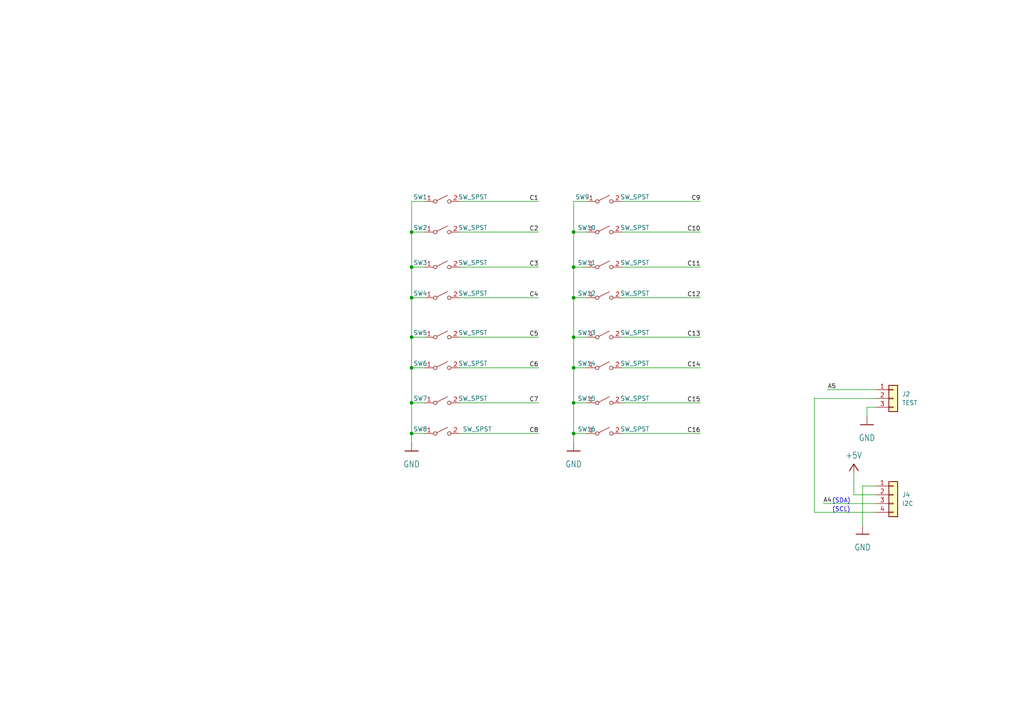
<source format=kicad_sch>
(kicad_sch (version 20211123) (generator eeschema)
  (paper "A4")
  (title_block (title "BURC 16Switch Encoder_JRFormat") (date "2022-09-01") (rev "0.1") (company "OpenAVRc Team"))
  (lib_symbols
    (symbol "BURC_Encoder_JRFormat:+5V" (power)
      (property "Value" "+5V" (at -2.54 -5.08 90))
      (symbol "+5V_1_0"
        (polyline (pts (xy 0 0) (xy -1.27 -1.905)) (stroke (width 0.254)))
        (polyline (pts (xy 1.27 -1.905) (xy 0 0)) (stroke (width 0.254)))
        (pin power_in line (at 0 -2.54 90) (length 2.54) (name "+5V") (number "1"))
      )
    )
    (symbol "BURC_Encoder_JRFormat:GND" (power)
      (property "Value" "GND" (at -2.54 -2.54 0))
      (symbol "GND_1_0"
        (polyline (pts (xy -1.905 0) (xy 1.905 0)) (stroke (width 0.254)))
        (pin power_in line (at 0 2.54 270) (length 2.54) (name "GND") (number "1"))
      )
    )
    (symbol "Connector_Generic:Conn_01x03" (pin_names (offset 1.016) hide)
      (property "Reference" "J" (at 0 5.08 0))
      (property "Value" "Conn_01x03" (at 0 -5.08 0))
      (symbol "Conn_01x03_1_1"
        (rectangle (start -1.27 -2.413) (end 0 -2.667) (stroke (width 0.1524)))
        (rectangle (start -1.27 0.127) (end 0 -0.127) (stroke (width 0.1524)))
        (rectangle (start -1.27 2.667) (end 0 2.413) (stroke (width 0.1524)))
        (rectangle (start -1.27 3.81) (end 1.27 -3.81) (stroke (width 0.254)) (fill (type background)))
        (pin passive line (at -5.08 2.54 0) (length 3.81) (name "Pin_1") (number "1"))
        (pin passive line (at -5.08 0 0) (length 3.81) (name "Pin_2") (number "2"))
        (pin passive line (at -5.08 -2.54 0) (length 3.81) (name "Pin_3") (number "3"))
      )
    )
    (symbol "Connector_Generic:Conn_01x04" (pin_names (offset 1.016) hide)
      (property "Reference" "J" (at 0 5.08 0))
      (property "Value" "Conn_01x04" (at 0 -7.62 0))
      (symbol "Conn_01x04_1_1"
        (rectangle (start -1.27 -4.953) (end 0 -5.207) (stroke (width 0.1524)))
        (rectangle (start -1.27 -2.413) (end 0 -2.667) (stroke (width 0.1524)))
        (rectangle (start -1.27 0.127) (end 0 -0.127) (stroke (width 0.1524)))
        (rectangle (start -1.27 2.667) (end 0 2.413) (stroke (width 0.1524)))
        (rectangle (start -1.27 3.81) (end 1.27 -6.35) (stroke (width 0.254)) (fill (type background)))
        (pin passive line (at -5.08 2.54 0) (length 3.81) (name "Pin_1") (number "1"))
        (pin passive line (at -5.08 0 0) (length 3.81) (name "Pin_2") (number "2"))
        (pin passive line (at -5.08 -2.54 0) (length 3.81) (name "Pin_3") (number "3"))
        (pin passive line (at -5.08 -5.08 0) (length 3.81) (name "Pin_4") (number "4"))
      )
    )
    (symbol "Switch:SW_SPST" (pin_names (offset 0) hide)
      (property "Reference" "SW" (at 0 3.175 0))
      (property "Value" "SW_SPST" (at 0 -2.54 0))
      (symbol "SW_SPST_0_0"
        (circle (center -2.032 0) (radius 0.508))
        (polyline (pts (xy -1.524 0.254) (xy 1.524 1.778)))
        (circle (center 2.032 0) (radius 0.508))
      )
      (symbol "SW_SPST_1_1"
        (pin passive line (at -5.08 0 0) (length 2.54) (name "A") (number "1"))
        (pin passive line (at 5.08 0 180) (length 2.54) (name "B") (number "2"))
      )
    )
  )
  (junction (at 166.37 97.79))
  (junction (at 119.38 116.84))
  (junction (at 119.38 125.73))
  (junction (at 166.37 86.36))
  (junction (at 166.37 77.47))
  (junction (at 166.37 67.31))
  (junction (at 119.38 86.36))
  (junction (at 119.38 97.79))
  (junction (at 119.38 106.68))
  (junction (at 166.37 125.73))
  (junction (at 166.37 116.84))
  (junction (at 119.38 77.47))
  (junction (at 119.38 67.31))
  (junction (at 166.37 106.68))
  (wire (pts (xy 180.34 116.84) (xy 203.2 116.84)))
  (wire (pts (xy 119.38 77.47) (xy 119.38 86.36)))
  (wire (pts (xy 123.19 67.31) (xy 119.38 67.31)))
  (wire (pts (xy 240.03 113.03) (xy 254 113.03)))
  (wire (pts (xy 133.35 97.79) (xy 156.21 97.79)))
  (wire (pts (xy 133.35 116.84) (xy 156.21 116.84)))
  (wire (pts (xy 166.37 116.84) (xy 166.37 125.73)))
  (wire (pts (xy 166.37 77.47) (xy 170.18 77.47)))
  (wire (pts (xy 119.38 106.68) (xy 119.38 116.84)))
  (wire (pts (xy 254 143.51) (xy 247.65 143.51)))
  (wire (pts (xy 166.37 106.68) (xy 170.18 106.68)))
  (wire (pts (xy 166.37 58.42) (xy 166.37 67.31)))
  (wire (pts (xy 133.35 67.31) (xy 156.21 67.31)))
  (wire (pts (xy 180.34 86.36) (xy 203.2 86.36)))
  (wire (pts (xy 170.18 58.42) (xy 166.37 58.42)))
  (wire (pts (xy 166.37 86.36) (xy 166.37 97.79)))
  (wire (pts (xy 180.34 58.42) (xy 203.2 58.42)))
  (wire (pts (xy 119.38 86.36) (xy 119.38 97.79)))
  (wire (pts (xy 119.38 125.73) (xy 123.19 125.73)))
  (wire (pts (xy 119.38 97.79) (xy 123.19 97.79)))
  (wire (pts (xy 180.34 67.31) (xy 203.2 67.31)))
  (wire (pts (xy 166.37 116.84) (xy 170.18 116.84)))
  (wire (pts (xy 251.46 118.11) (xy 251.46 120.65)))
  (wire (pts (xy 119.38 77.47) (xy 123.19 77.47)))
  (wire (pts (xy 238.76 146.05) (xy 254 146.05)))
  (wire (pts (xy 236.22 115.57) (xy 254 115.57)))
  (wire (pts (xy 133.35 106.68) (xy 156.21 106.68)))
  (wire (pts (xy 166.37 97.79) (xy 170.18 97.79)))
  (wire (pts (xy 123.19 58.42) (xy 119.38 58.42)))
  (wire (pts (xy 254 118.11) (xy 251.46 118.11)))
  (wire (pts (xy 133.35 86.36) (xy 156.21 86.36)))
  (wire (pts (xy 250.19 140.97) (xy 250.19 152.4)))
  (wire (pts (xy 180.34 97.79) (xy 203.2 97.79)))
  (wire (pts (xy 180.34 77.47) (xy 203.2 77.47)))
  (wire (pts (xy 166.37 77.47) (xy 166.37 86.36)))
  (wire (pts (xy 166.37 67.31) (xy 166.37 77.47)))
  (wire (pts (xy 254 140.97) (xy 250.19 140.97)))
  (wire (pts (xy 119.38 106.68) (xy 123.19 106.68)))
  (wire (pts (xy 166.37 97.79) (xy 166.37 106.68)))
  (wire (pts (xy 166.37 125.73) (xy 170.18 125.73)))
  (wire (pts (xy 133.35 125.73) (xy 156.21 125.73)))
  (wire (pts (xy 236.22 115.57) (xy 236.22 148.59)))
  (wire (pts (xy 119.38 116.84) (xy 119.38 125.73)))
  (wire (pts (xy 119.38 116.84) (xy 123.19 116.84)))
  (wire (pts (xy 180.34 106.68) (xy 203.2 106.68)))
  (wire (pts (xy 166.37 125.73) (xy 166.37 128.27)))
  (wire (pts (xy 119.38 86.36) (xy 123.19 86.36)))
  (wire (pts (xy 166.37 106.68) (xy 166.37 116.84)))
  (wire (pts (xy 133.35 77.47) (xy 156.21 77.47)))
  (wire (pts (xy 119.38 125.73) (xy 119.38 128.27)))
  (wire (pts (xy 119.38 97.79) (xy 119.38 106.68)))
  (wire (pts (xy 170.18 67.31) (xy 166.37 67.31)))
  (wire (pts (xy 133.35 58.42) (xy 156.21 58.42)))
  (wire (pts (xy 236.22 148.59) (xy 254 148.59)))
  (wire (pts (xy 247.65 137.16) (xy 247.65 143.51)))
  (wire (pts (xy 180.34 125.73) (xy 203.2 125.73)))
  (wire (pts (xy 119.38 58.42) (xy 119.38 67.31)))
  (wire (pts (xy 119.38 67.31) (xy 119.38 77.47)))
  (wire (pts (xy 166.37 86.36) (xy 170.18 86.36)))
  (text "(SDA)" (at 241.3 146.05 0) (effects (font (size 1.27 1.27)) (justify left bottom)))
  (text "(SCL)" (at 241.3 148.59 0) (effects (font (size 1.27 1.27)) (justify left bottom)))
  (label "C16" (at 203.2 125.73 180))
  (label "C15" (at 203.2 116.84 180))
  (label "C7" (at 156.21 116.84 180))
  (label "C14" (at 203.2 106.68 180))
  (label "C10" (at 203.2 67.31 180))
  (label "C4" (at 156.21 86.36 180))
  (label "C9" (at 203.2 58.42 180))
  (label "C5" (at 156.21 97.79 180))
  (label "C13" (at 203.2 97.79 180))
  (label "A5" (at 240.03 113.03 0))
  (label "A4" (at 238.76 146.05 0))
  (label "C6" (at 156.21 106.68 180))
  (label "C1" (at 156.21 58.42 180))
  (label "C2" (at 156.21 67.31 180))
  (label "C11" (at 203.2 77.47 180))
  (label "C3" (at 156.21 77.47 180))
  (label "C8" (at 156.21 125.73 180))
  (label "C12" (at 203.2 86.36 180))
  (symbol (lib_id "Switch:SW_SPST") (at 175.26 106.68 0) (unit 1)
    (property "Reference" "SW14" (at 170.18 105.41 0))
    (property "Value" "SW_SPST" (at 184.15 105.41 0))
    (property "Footprint" "BURC_Encoder_JRFormat_FootPrints:Interrupteur_SPDT_2Pins" (effects hide))
  )
  (symbol (lib_id "Switch:SW_SPST") (at 128.27 97.79 0) (unit 1)
    (property "Reference" "SW5" (at 121.92 96.52 0))
    (property "Value" "SW_SPST" (at 137.16 96.52 0))
    (property "Footprint" "BURC_Encoder_JRFormat_FootPrints:Interrupteur_SPDT_2Pins" (effects hide))
  )
  (symbol (lib_id "Switch:SW_SPST") (at 128.27 67.31 0) (unit 1)
    (property "Reference" "SW2" (at 121.92 66.04 0))
    (property "Value" "SW_SPST" (at 137.16 66.04 0))
    (property "Footprint" "BURC_Encoder_JRFormat_FootPrints:Interrupteur_SPDT_2Pins" (effects hide))
  )
  (symbol (lib_id "Switch:SW_SPST") (at 175.26 58.42 0) (unit 1)
    (property "Reference" "SW9" (at 168.91 57.15 0))
    (property "Value" "SW_SPST" (at 184.15 57.15 0))
    (property "Footprint" "BURC_Encoder_JRFormat_FootPrints:Interrupteur_SPDT_2Pins" (effects hide))
  )
  (symbol (lib_id "Switch:SW_SPST") (at 175.26 97.79 0) (unit 1)
    (property "Reference" "SW13" (at 170.18 96.52 0))
    (property "Value" "SW_SPST" (at 184.15 96.52 0))
    (property "Footprint" "BURC_Encoder_JRFormat_FootPrints:Interrupteur_SPDT_2Pins" (effects hide))
  )
  (symbol (lib_id "BURC_Encoder_JRFormat:GND") (at 250.19 154.94 0) (unit 1)
    (property "Reference" "#GND0109" (effects hide))
    (property "Value" "GND" (at 250.19 158.75 0) (effects (font (size 1.778 1.5113))))
  )
  (symbol (lib_id "Switch:SW_SPST") (at 128.27 77.47 0) (unit 1)
    (property "Reference" "SW3" (at 121.92 76.2 0))
    (property "Value" "SW_SPST" (at 137.16 76.2 0))
    (property "Footprint" "BURC_Encoder_JRFormat_FootPrints:Interrupteur_SPDT_2Pins" (effects hide))
  )
  (symbol (lib_id "Switch:SW_SPST") (at 128.27 125.73 0) (unit 1)
    (property "Reference" "SW8" (at 121.92 124.46 0))
    (property "Value" "SW_SPST" (at 138.43 124.46 0))
    (property "Footprint" "BURC_Encoder_JRFormat_FootPrints:Interrupteur_SPDT_2Pins" (effects hide))
  )
  (symbol (lib_id "Switch:SW_SPST") (at 175.26 125.73 0) (unit 1)
    (property "Reference" "SW16" (at 170.18 124.46 0))
    (property "Value" "SW_SPST" (at 184.15 124.46 0))
    (property "Footprint" "BURC_Encoder_JRFormat_FootPrints:Interrupteur_SPDT_2Pins" (effects hide))
  )
  (symbol (lib_id "Switch:SW_SPST") (at 128.27 106.68 0) (unit 1)
    (property "Reference" "SW6" (at 121.92 105.41 0))
    (property "Value" "SW_SPST" (at 137.16 105.41 0))
    (property "Footprint" "BURC_Encoder_JRFormat_FootPrints:Interrupteur_SPDT_2Pins" (effects hide))
  )
  (symbol (lib_id "Switch:SW_SPST") (at 128.27 116.84 0) (unit 1)
    (property "Reference" "SW7" (at 121.92 115.57 0))
    (property "Value" "SW_SPST" (at 137.16 115.57 0))
    (property "Footprint" "BURC_Encoder_JRFormat_FootPrints:Interrupteur_SPDT_2Pins" (effects hide))
  )
  (symbol (lib_id "Switch:SW_SPST") (at 175.26 77.47 0) (unit 1)
    (property "Reference" "SW11" (at 170.18 76.2 0))
    (property "Value" "SW_SPST" (at 184.15 76.2 0))
    (property "Footprint" "BURC_Encoder_JRFormat_FootPrints:Interrupteur_SPDT_2Pins" (effects hide))
  )
  (symbol (lib_id "BURC_Encoder_JRFormat:GND") (at 251.46 123.19 0) (unit 1)
    (property "Reference" "#GND0108" (effects hide))
    (property "Value" "GND" (at 251.46 127 0) (effects (font (size 1.778 1.5113))))
  )
  (symbol (lib_id "Connector_Generic:Conn_01x04") (at 259.08 143.51 0) (unit 1)
    (property "Reference" "J4" (at 261.62 143.5099 0) (effects (justify left)))
    (property "Value" "I2C" (at 261.62 146.0499 0) (effects (justify left)))
    (property "Footprint" "Connector_PinHeader_2.54mm:PinHeader_1x04_P2.54mm_Vertical" (effects hide))
  )
  (symbol (lib_id "Switch:SW_SPST") (at 175.26 86.36 0) (unit 1)
    (property "Reference" "SW12" (at 170.18 85.09 0))
    (property "Value" "SW_SPST" (at 184.15 85.09 0))
    (property "Footprint" "BURC_Encoder_JRFormat_FootPrints:Interrupteur_SPDT_2Pins" (effects hide))
  )
  (symbol (lib_id "Switch:SW_SPST") (at 175.26 67.31 0) (unit 1)
    (property "Reference" "SW10" (at 170.18 66.04 0))
    (property "Value" "SW_SPST" (at 184.15 66.04 0))
    (property "Footprint" "BURC_Encoder_JRFormat_FootPrints:Interrupteur_SPDT_2Pins" (effects hide))
  )
  (symbol (lib_id "Switch:SW_SPST") (at 128.27 86.36 0) (unit 1)
    (property "Reference" "SW4" (at 121.92 85.09 0))
    (property "Value" "SW_SPST" (at 137.16 85.09 0))
    (property "Footprint" "BURC_Encoder_JRFormat_FootPrints:Interrupteur_SPDT_2Pins" (effects hide))
  )
  (symbol (lib_id "Switch:SW_SPST") (at 175.26 116.84 0) (unit 1)
    (property "Reference" "SW15" (at 170.18 115.57 0))
    (property "Value" "SW_SPST" (at 184.15 115.57 0))
    (property "Footprint" "BURC_Encoder_JRFormat_FootPrints:Interrupteur_SPDT_2Pins" (effects hide))
  )
  (symbol (lib_id "BURC_Encoder_JRFormat:+5V") (at 247.65 134.62 0) (unit 1)
    (property "Reference" "#P+0105" (effects hide))
    (property "Value" "+5V" (at 247.65 132.08 0) (effects (font (size 1.778 1.5113))))
  )
  (symbol (lib_id "Switch:SW_SPST") (at 128.27 58.42 0) (unit 1)
    (property "Reference" "SW1" (at 121.92 57.15 0))
    (property "Value" "SW_SPST" (at 137.16 57.15 0))
    (property "Footprint" "BURC_Encoder_JRFormat_FootPrints:Interrupteur_SPDT_2Pins" (effects hide))
  )
  (symbol (lib_id "BURC_Encoder_JRFormat:GND") (at 119.38 130.81 0) (unit 1)
    (property "Reference" "#GND0104" (effects hide))
    (property "Value" "GND" (at 119.38 134.62 0) (effects (font (size 1.778 1.5113))))
  )
  (symbol (lib_id "Connector_Generic:Conn_01x03") (at 259.08 115.57 0) (unit 1)
    (property "Reference" "J2" (at 261.62 114.2999 0) (effects (justify left)))
    (property "Value" "TEST" (at 261.62 116.8399 0) (effects (justify left)))
    (property "Footprint" "Connector_PinSocket_2.54mm:PinSocket_1x03_P2.54mm_Vertical" (effects hide))
  )
  (symbol (lib_id "BURC_Encoder_JRFormat:GND") (at 166.37 130.81 0) (unit 1)
    (property "Reference" "#GND0105" (effects hide))
    (property "Value" "GND" (at 166.37 134.62 0) (effects (font (size 1.778 1.5113))))
  )
)
</source>
